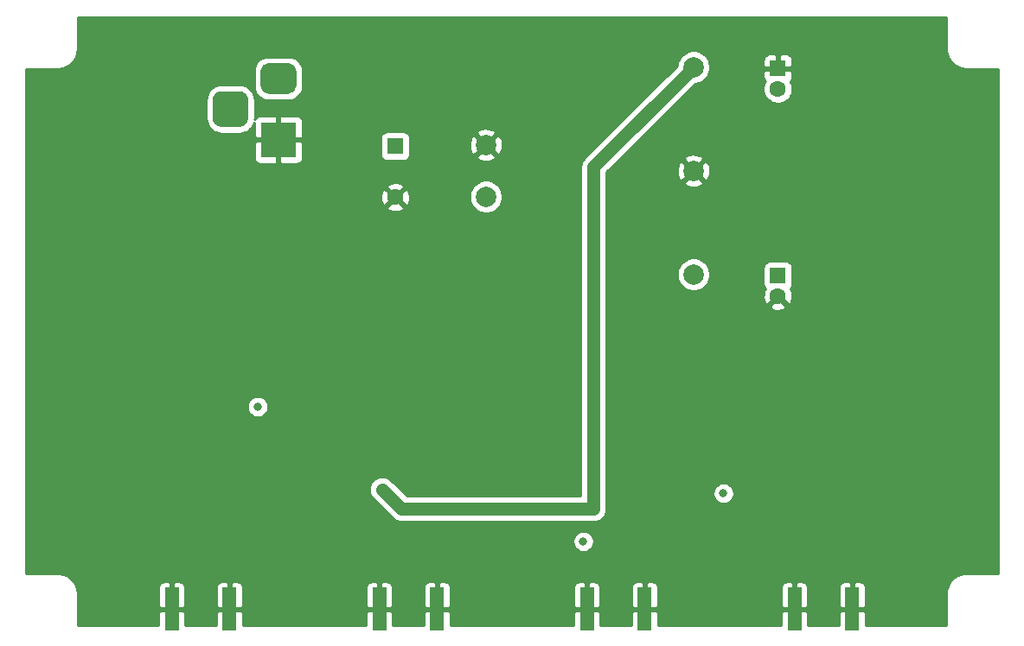
<source format=gbr>
%TF.GenerationSoftware,KiCad,Pcbnew,(5.1.9)-1*%
%TF.CreationDate,2021-05-02T14:53:51-04:00*%
%TF.ProjectId,openEPR_Lock-In,6f70656e-4550-4525-9f4c-6f636b2d496e,rev?*%
%TF.SameCoordinates,Original*%
%TF.FileFunction,Copper,L4,Bot*%
%TF.FilePolarity,Positive*%
%FSLAX46Y46*%
G04 Gerber Fmt 4.6, Leading zero omitted, Abs format (unit mm)*
G04 Created by KiCad (PCBNEW (5.1.9)-1) date 2021-05-02 14:53:51*
%MOMM*%
%LPD*%
G01*
G04 APERTURE LIST*
%TA.AperFunction,ComponentPad*%
%ADD10C,2.000000*%
%TD*%
%TA.AperFunction,SMDPad,CuDef*%
%ADD11R,1.350000X4.200000*%
%TD*%
%TA.AperFunction,ComponentPad*%
%ADD12R,3.500000X3.500000*%
%TD*%
%TA.AperFunction,ComponentPad*%
%ADD13R,1.600000X1.600000*%
%TD*%
%TA.AperFunction,ComponentPad*%
%ADD14C,1.600000*%
%TD*%
%TA.AperFunction,ViaPad*%
%ADD15C,0.800000*%
%TD*%
%TA.AperFunction,Conductor*%
%ADD16C,1.270000*%
%TD*%
%TA.AperFunction,Conductor*%
%ADD17C,0.254000*%
%TD*%
%TA.AperFunction,Conductor*%
%ADD18C,0.100000*%
%TD*%
G04 APERTURE END LIST*
D10*
%TO.P,U4,1*%
%TO.N,GND*%
X71120000Y-38608000D03*
%TO.P,U4,2*%
%TO.N,/Vin*%
X71120000Y-43688000D03*
%TO.P,U4,3*%
%TO.N,/V+*%
X91440000Y-51308000D03*
%TO.P,U4,4*%
%TO.N,GND*%
X91440000Y-41148000D03*
%TO.P,U4,5*%
%TO.N,/V-*%
X91440000Y-30988000D03*
%TD*%
D11*
%TO.P,J1,2*%
%TO.N,GND*%
X60675000Y-84128000D03*
X66325000Y-84128000D03*
%TD*%
%TO.P,J2,2*%
%TO.N,GND*%
X46005000Y-84128000D03*
X40355000Y-84128000D03*
%TD*%
%TO.P,J3,2*%
%TO.N,GND*%
X101315000Y-84128000D03*
X106965000Y-84128000D03*
%TD*%
D12*
%TO.P,J4,1*%
%TO.N,GND*%
X50800000Y-38100000D03*
%TO.P,J4,2*%
%TO.N,/Vin*%
%TA.AperFunction,ComponentPad*%
G36*
G01*
X49800000Y-30600000D02*
X51800000Y-30600000D01*
G75*
G02*
X52550000Y-31350000I0J-750000D01*
G01*
X52550000Y-32850000D01*
G75*
G02*
X51800000Y-33600000I-750000J0D01*
G01*
X49800000Y-33600000D01*
G75*
G02*
X49050000Y-32850000I0J750000D01*
G01*
X49050000Y-31350000D01*
G75*
G02*
X49800000Y-30600000I750000J0D01*
G01*
G37*
%TD.AperFunction*%
%TO.P,J4,3*%
%TO.N,N/C*%
%TA.AperFunction,ComponentPad*%
G36*
G01*
X45225000Y-33350000D02*
X46975000Y-33350000D01*
G75*
G02*
X47850000Y-34225000I0J-875000D01*
G01*
X47850000Y-35975000D01*
G75*
G02*
X46975000Y-36850000I-875000J0D01*
G01*
X45225000Y-36850000D01*
G75*
G02*
X44350000Y-35975000I0J875000D01*
G01*
X44350000Y-34225000D01*
G75*
G02*
X45225000Y-33350000I875000J0D01*
G01*
G37*
%TD.AperFunction*%
%TD*%
D11*
%TO.P,J5,2*%
%TO.N,GND*%
X80995000Y-84128000D03*
X86645000Y-84128000D03*
%TD*%
D13*
%TO.P,C7,1*%
%TO.N,/Vin*%
X62230000Y-38735000D03*
D14*
%TO.P,C7,2*%
%TO.N,GND*%
X62230000Y-43735000D03*
%TD*%
D13*
%TO.P,C9,1*%
%TO.N,/V+*%
X99695000Y-51435000D03*
D14*
%TO.P,C9,2*%
%TO.N,GND*%
X99695000Y-53435000D03*
%TD*%
%TO.P,C11,2*%
%TO.N,/V-*%
X99695000Y-33115000D03*
D13*
%TO.P,C11,1*%
%TO.N,GND*%
X99695000Y-31115000D03*
%TD*%
D15*
%TO.N,GND*%
X53340000Y-69215000D03*
X69850000Y-83820000D03*
X72390000Y-83820000D03*
X74930000Y-83820000D03*
X77470000Y-83820000D03*
X69850000Y-81280000D03*
X72390000Y-81280000D03*
X74930000Y-81280000D03*
X77470000Y-81280000D03*
X72390000Y-78740000D03*
X69850000Y-78740000D03*
X67310000Y-78740000D03*
X64770000Y-78740000D03*
X62230000Y-78740000D03*
X62230000Y-76200000D03*
X64770000Y-76200000D03*
X67310000Y-76200000D03*
X69850000Y-76200000D03*
X62230000Y-69850000D03*
X64770000Y-69850000D03*
X67310000Y-69850000D03*
X67310000Y-67310000D03*
X64770000Y-67310000D03*
X62230000Y-67310000D03*
X59690000Y-67310000D03*
X59690000Y-69850000D03*
X57150000Y-69850000D03*
X59690000Y-64770000D03*
X62230000Y-64770000D03*
X64770000Y-64770000D03*
X67310000Y-64770000D03*
X67310000Y-62230000D03*
X64770000Y-62230000D03*
X62230000Y-62230000D03*
X59690000Y-62230000D03*
X72390000Y-72390000D03*
X74930000Y-72390000D03*
X74930000Y-69850000D03*
X72390000Y-69850000D03*
X72390000Y-67310000D03*
X74930000Y-64770000D03*
X72390000Y-62230000D03*
X74930000Y-62230000D03*
X77470000Y-62230000D03*
X83820000Y-71120000D03*
X83820000Y-68580000D03*
X83820000Y-64770000D03*
X90170000Y-83820000D03*
X92710000Y-83820000D03*
X95250000Y-83820000D03*
X97790000Y-83820000D03*
X97790000Y-81280000D03*
X95250000Y-81280000D03*
X92710000Y-81280000D03*
X90170000Y-81280000D03*
X49530000Y-83820000D03*
X52070000Y-83820000D03*
X54610000Y-83820000D03*
X57150000Y-83820000D03*
X57150000Y-81280000D03*
X54610000Y-81280000D03*
X52070000Y-81280000D03*
X49530000Y-81280000D03*
X82550000Y-78740000D03*
X95250000Y-78740000D03*
X97790000Y-78740000D03*
X110490000Y-83820000D03*
X113030000Y-83820000D03*
X113030000Y-81280000D03*
X110490000Y-81280000D03*
X36830000Y-83820000D03*
X34290000Y-83820000D03*
X34290000Y-81280000D03*
X36830000Y-81280000D03*
X39370000Y-72390000D03*
X41910000Y-63500000D03*
X59690000Y-59690000D03*
X62230000Y-59690000D03*
X64770000Y-59690000D03*
X67310000Y-59690000D03*
X69850000Y-59690000D03*
X72390000Y-59690000D03*
X74930000Y-59690000D03*
X77470000Y-59690000D03*
X80010000Y-59690000D03*
X83820000Y-59690000D03*
X83820000Y-62230000D03*
X86360000Y-64770000D03*
X88900000Y-64770000D03*
X91440000Y-64770000D03*
X91440000Y-62230000D03*
X88900000Y-62230000D03*
X86360000Y-62230000D03*
X86360000Y-59690000D03*
X88900000Y-59690000D03*
X91440000Y-59690000D03*
X93980000Y-64770000D03*
X96520000Y-64770000D03*
X96520000Y-72390000D03*
X93980000Y-62230000D03*
X93980000Y-59690000D03*
X96520000Y-59690000D03*
X96520000Y-62230000D03*
X110490000Y-78740000D03*
X110490000Y-76200000D03*
X107950000Y-76200000D03*
X107950000Y-78740000D03*
X105410000Y-76200000D03*
X102870000Y-73660000D03*
X105410000Y-73660000D03*
X99060000Y-72390000D03*
X57150000Y-59690000D03*
X54610000Y-62230000D03*
X57150000Y-62230000D03*
X52070000Y-62230000D03*
X34290000Y-27940000D03*
X38100000Y-27940000D03*
X38100000Y-30480000D03*
X34290000Y-30480000D03*
X34290000Y-52070000D03*
X34290000Y-59690000D03*
X113030000Y-27940000D03*
X109220000Y-27940000D03*
X109220000Y-30480000D03*
X113030000Y-30480000D03*
X113030000Y-45720000D03*
X113030000Y-55880000D03*
X101600000Y-46990000D03*
X101600000Y-35560000D03*
X113030000Y-66040000D03*
X34290000Y-39370000D03*
X34290000Y-69850000D03*
X38100000Y-66675000D03*
X34290000Y-74930000D03*
X34290000Y-78105000D03*
X36830000Y-78105000D03*
X101600000Y-63500000D03*
X101600000Y-69850000D03*
X107950000Y-63500000D03*
X107950000Y-69850000D03*
X52070000Y-52070000D03*
X45085000Y-57150000D03*
X63500000Y-33020000D03*
X63500000Y-30480000D03*
X60960000Y-30480000D03*
X66040000Y-35560000D03*
X66040000Y-33020000D03*
X66040000Y-30480000D03*
%TO.N,/V+*%
X80645000Y-77470000D03*
X94361000Y-72771000D03*
X48768000Y-64262000D03*
%TO.N,/V-*%
X60960000Y-72390000D03*
X81661000Y-74295000D03*
%TD*%
D16*
%TO.N,/V-*%
X81661000Y-40767000D02*
X81661000Y-74295000D01*
X91440000Y-30988000D02*
X81661000Y-40767000D01*
X62865000Y-74295000D02*
X60960000Y-72390000D01*
X81661000Y-74295000D02*
X62865000Y-74295000D01*
%TD*%
D17*
%TO.N,GND*%
X116180001Y-29242419D02*
X116182802Y-29270855D01*
X116182747Y-29278682D01*
X116183646Y-29287853D01*
X116209554Y-29534357D01*
X116221589Y-29592986D01*
X116232792Y-29651716D01*
X116235456Y-29660538D01*
X116308751Y-29897314D01*
X116331931Y-29952457D01*
X116354339Y-30007920D01*
X116358665Y-30016054D01*
X116358667Y-30016059D01*
X116358670Y-30016064D01*
X116476553Y-30234086D01*
X116509988Y-30283654D01*
X116542759Y-30333735D01*
X116548584Y-30340876D01*
X116706577Y-30531856D01*
X116749012Y-30573995D01*
X116790875Y-30616745D01*
X116797976Y-30622618D01*
X116990053Y-30779273D01*
X117039875Y-30812374D01*
X117089237Y-30846173D01*
X117097343Y-30850556D01*
X117316191Y-30966919D01*
X117371479Y-30989707D01*
X117426475Y-31013279D01*
X117435278Y-31016003D01*
X117672559Y-31087643D01*
X117731246Y-31099264D01*
X117789752Y-31111700D01*
X117798915Y-31112663D01*
X117798917Y-31112663D01*
X118045595Y-31136850D01*
X118045598Y-31136850D01*
X118077581Y-31140000D01*
X121260000Y-31140000D01*
X121260001Y-80620000D01*
X118077581Y-80620000D01*
X118049135Y-80622802D01*
X118041318Y-80622747D01*
X118032147Y-80623646D01*
X117785644Y-80649554D01*
X117727028Y-80661586D01*
X117668284Y-80672792D01*
X117659462Y-80675456D01*
X117422686Y-80748751D01*
X117367555Y-80771926D01*
X117312080Y-80794339D01*
X117303944Y-80798666D01*
X117085914Y-80916554D01*
X117036346Y-80949988D01*
X116986265Y-80982760D01*
X116979124Y-80988584D01*
X116788144Y-81146577D01*
X116746005Y-81189012D01*
X116703255Y-81230875D01*
X116697381Y-81237976D01*
X116540727Y-81430054D01*
X116507655Y-81479831D01*
X116473826Y-81529237D01*
X116469444Y-81537343D01*
X116353081Y-81756191D01*
X116330298Y-81811468D01*
X116306721Y-81866475D01*
X116303997Y-81875278D01*
X116232357Y-82112559D01*
X116220736Y-82171246D01*
X116208300Y-82229752D01*
X116207337Y-82238917D01*
X116183150Y-82485595D01*
X116180000Y-82517582D01*
X116180001Y-85700000D01*
X108277178Y-85700000D01*
X108275000Y-84413750D01*
X108116250Y-84255000D01*
X107092000Y-84255000D01*
X107092000Y-84275000D01*
X106838000Y-84275000D01*
X106838000Y-84255000D01*
X105813750Y-84255000D01*
X105655000Y-84413750D01*
X105652822Y-85700000D01*
X102627178Y-85700000D01*
X102625000Y-84413750D01*
X102466250Y-84255000D01*
X101442000Y-84255000D01*
X101442000Y-84275000D01*
X101188000Y-84275000D01*
X101188000Y-84255000D01*
X100163750Y-84255000D01*
X100005000Y-84413750D01*
X100002822Y-85700000D01*
X87957178Y-85700000D01*
X87955000Y-84413750D01*
X87796250Y-84255000D01*
X86772000Y-84255000D01*
X86772000Y-84275000D01*
X86518000Y-84275000D01*
X86518000Y-84255000D01*
X85493750Y-84255000D01*
X85335000Y-84413750D01*
X85332822Y-85700000D01*
X82307178Y-85700000D01*
X82305000Y-84413750D01*
X82146250Y-84255000D01*
X81122000Y-84255000D01*
X81122000Y-84275000D01*
X80868000Y-84275000D01*
X80868000Y-84255000D01*
X79843750Y-84255000D01*
X79685000Y-84413750D01*
X79682822Y-85700000D01*
X67637178Y-85700000D01*
X67635000Y-84413750D01*
X67476250Y-84255000D01*
X66452000Y-84255000D01*
X66452000Y-84275000D01*
X66198000Y-84275000D01*
X66198000Y-84255000D01*
X65173750Y-84255000D01*
X65015000Y-84413750D01*
X65012822Y-85700000D01*
X61987178Y-85700000D01*
X61985000Y-84413750D01*
X61826250Y-84255000D01*
X60802000Y-84255000D01*
X60802000Y-84275000D01*
X60548000Y-84275000D01*
X60548000Y-84255000D01*
X59523750Y-84255000D01*
X59365000Y-84413750D01*
X59362822Y-85700000D01*
X47317178Y-85700000D01*
X47315000Y-84413750D01*
X47156250Y-84255000D01*
X46132000Y-84255000D01*
X46132000Y-84275000D01*
X45878000Y-84275000D01*
X45878000Y-84255000D01*
X44853750Y-84255000D01*
X44695000Y-84413750D01*
X44692822Y-85700000D01*
X41667178Y-85700000D01*
X41665000Y-84413750D01*
X41506250Y-84255000D01*
X40482000Y-84255000D01*
X40482000Y-84275000D01*
X40228000Y-84275000D01*
X40228000Y-84255000D01*
X39203750Y-84255000D01*
X39045000Y-84413750D01*
X39042822Y-85700000D01*
X31140000Y-85700000D01*
X31140000Y-82517581D01*
X31137198Y-82489135D01*
X31137253Y-82481318D01*
X31136354Y-82472147D01*
X31110446Y-82225644D01*
X31098414Y-82167028D01*
X31087208Y-82108284D01*
X31084544Y-82099462D01*
X31062423Y-82028000D01*
X39041928Y-82028000D01*
X39045000Y-83842250D01*
X39203750Y-84001000D01*
X40228000Y-84001000D01*
X40228000Y-81551750D01*
X40482000Y-81551750D01*
X40482000Y-84001000D01*
X41506250Y-84001000D01*
X41665000Y-83842250D01*
X41668072Y-82028000D01*
X44691928Y-82028000D01*
X44695000Y-83842250D01*
X44853750Y-84001000D01*
X45878000Y-84001000D01*
X45878000Y-81551750D01*
X46132000Y-81551750D01*
X46132000Y-84001000D01*
X47156250Y-84001000D01*
X47315000Y-83842250D01*
X47318072Y-82028000D01*
X59361928Y-82028000D01*
X59365000Y-83842250D01*
X59523750Y-84001000D01*
X60548000Y-84001000D01*
X60548000Y-81551750D01*
X60802000Y-81551750D01*
X60802000Y-84001000D01*
X61826250Y-84001000D01*
X61985000Y-83842250D01*
X61988072Y-82028000D01*
X65011928Y-82028000D01*
X65015000Y-83842250D01*
X65173750Y-84001000D01*
X66198000Y-84001000D01*
X66198000Y-81551750D01*
X66452000Y-81551750D01*
X66452000Y-84001000D01*
X67476250Y-84001000D01*
X67635000Y-83842250D01*
X67638072Y-82028000D01*
X79681928Y-82028000D01*
X79685000Y-83842250D01*
X79843750Y-84001000D01*
X80868000Y-84001000D01*
X80868000Y-81551750D01*
X81122000Y-81551750D01*
X81122000Y-84001000D01*
X82146250Y-84001000D01*
X82305000Y-83842250D01*
X82308072Y-82028000D01*
X85331928Y-82028000D01*
X85335000Y-83842250D01*
X85493750Y-84001000D01*
X86518000Y-84001000D01*
X86518000Y-81551750D01*
X86772000Y-81551750D01*
X86772000Y-84001000D01*
X87796250Y-84001000D01*
X87955000Y-83842250D01*
X87958072Y-82028000D01*
X100001928Y-82028000D01*
X100005000Y-83842250D01*
X100163750Y-84001000D01*
X101188000Y-84001000D01*
X101188000Y-81551750D01*
X101442000Y-81551750D01*
X101442000Y-84001000D01*
X102466250Y-84001000D01*
X102625000Y-83842250D01*
X102628072Y-82028000D01*
X105651928Y-82028000D01*
X105655000Y-83842250D01*
X105813750Y-84001000D01*
X106838000Y-84001000D01*
X106838000Y-81551750D01*
X107092000Y-81551750D01*
X107092000Y-84001000D01*
X108116250Y-84001000D01*
X108275000Y-83842250D01*
X108278072Y-82028000D01*
X108265812Y-81903518D01*
X108229502Y-81783820D01*
X108170537Y-81673506D01*
X108091185Y-81576815D01*
X107994494Y-81497463D01*
X107884180Y-81438498D01*
X107764482Y-81402188D01*
X107640000Y-81389928D01*
X107250750Y-81393000D01*
X107092000Y-81551750D01*
X106838000Y-81551750D01*
X106679250Y-81393000D01*
X106290000Y-81389928D01*
X106165518Y-81402188D01*
X106045820Y-81438498D01*
X105935506Y-81497463D01*
X105838815Y-81576815D01*
X105759463Y-81673506D01*
X105700498Y-81783820D01*
X105664188Y-81903518D01*
X105651928Y-82028000D01*
X102628072Y-82028000D01*
X102615812Y-81903518D01*
X102579502Y-81783820D01*
X102520537Y-81673506D01*
X102441185Y-81576815D01*
X102344494Y-81497463D01*
X102234180Y-81438498D01*
X102114482Y-81402188D01*
X101990000Y-81389928D01*
X101600750Y-81393000D01*
X101442000Y-81551750D01*
X101188000Y-81551750D01*
X101029250Y-81393000D01*
X100640000Y-81389928D01*
X100515518Y-81402188D01*
X100395820Y-81438498D01*
X100285506Y-81497463D01*
X100188815Y-81576815D01*
X100109463Y-81673506D01*
X100050498Y-81783820D01*
X100014188Y-81903518D01*
X100001928Y-82028000D01*
X87958072Y-82028000D01*
X87945812Y-81903518D01*
X87909502Y-81783820D01*
X87850537Y-81673506D01*
X87771185Y-81576815D01*
X87674494Y-81497463D01*
X87564180Y-81438498D01*
X87444482Y-81402188D01*
X87320000Y-81389928D01*
X86930750Y-81393000D01*
X86772000Y-81551750D01*
X86518000Y-81551750D01*
X86359250Y-81393000D01*
X85970000Y-81389928D01*
X85845518Y-81402188D01*
X85725820Y-81438498D01*
X85615506Y-81497463D01*
X85518815Y-81576815D01*
X85439463Y-81673506D01*
X85380498Y-81783820D01*
X85344188Y-81903518D01*
X85331928Y-82028000D01*
X82308072Y-82028000D01*
X82295812Y-81903518D01*
X82259502Y-81783820D01*
X82200537Y-81673506D01*
X82121185Y-81576815D01*
X82024494Y-81497463D01*
X81914180Y-81438498D01*
X81794482Y-81402188D01*
X81670000Y-81389928D01*
X81280750Y-81393000D01*
X81122000Y-81551750D01*
X80868000Y-81551750D01*
X80709250Y-81393000D01*
X80320000Y-81389928D01*
X80195518Y-81402188D01*
X80075820Y-81438498D01*
X79965506Y-81497463D01*
X79868815Y-81576815D01*
X79789463Y-81673506D01*
X79730498Y-81783820D01*
X79694188Y-81903518D01*
X79681928Y-82028000D01*
X67638072Y-82028000D01*
X67625812Y-81903518D01*
X67589502Y-81783820D01*
X67530537Y-81673506D01*
X67451185Y-81576815D01*
X67354494Y-81497463D01*
X67244180Y-81438498D01*
X67124482Y-81402188D01*
X67000000Y-81389928D01*
X66610750Y-81393000D01*
X66452000Y-81551750D01*
X66198000Y-81551750D01*
X66039250Y-81393000D01*
X65650000Y-81389928D01*
X65525518Y-81402188D01*
X65405820Y-81438498D01*
X65295506Y-81497463D01*
X65198815Y-81576815D01*
X65119463Y-81673506D01*
X65060498Y-81783820D01*
X65024188Y-81903518D01*
X65011928Y-82028000D01*
X61988072Y-82028000D01*
X61975812Y-81903518D01*
X61939502Y-81783820D01*
X61880537Y-81673506D01*
X61801185Y-81576815D01*
X61704494Y-81497463D01*
X61594180Y-81438498D01*
X61474482Y-81402188D01*
X61350000Y-81389928D01*
X60960750Y-81393000D01*
X60802000Y-81551750D01*
X60548000Y-81551750D01*
X60389250Y-81393000D01*
X60000000Y-81389928D01*
X59875518Y-81402188D01*
X59755820Y-81438498D01*
X59645506Y-81497463D01*
X59548815Y-81576815D01*
X59469463Y-81673506D01*
X59410498Y-81783820D01*
X59374188Y-81903518D01*
X59361928Y-82028000D01*
X47318072Y-82028000D01*
X47305812Y-81903518D01*
X47269502Y-81783820D01*
X47210537Y-81673506D01*
X47131185Y-81576815D01*
X47034494Y-81497463D01*
X46924180Y-81438498D01*
X46804482Y-81402188D01*
X46680000Y-81389928D01*
X46290750Y-81393000D01*
X46132000Y-81551750D01*
X45878000Y-81551750D01*
X45719250Y-81393000D01*
X45330000Y-81389928D01*
X45205518Y-81402188D01*
X45085820Y-81438498D01*
X44975506Y-81497463D01*
X44878815Y-81576815D01*
X44799463Y-81673506D01*
X44740498Y-81783820D01*
X44704188Y-81903518D01*
X44691928Y-82028000D01*
X41668072Y-82028000D01*
X41655812Y-81903518D01*
X41619502Y-81783820D01*
X41560537Y-81673506D01*
X41481185Y-81576815D01*
X41384494Y-81497463D01*
X41274180Y-81438498D01*
X41154482Y-81402188D01*
X41030000Y-81389928D01*
X40640750Y-81393000D01*
X40482000Y-81551750D01*
X40228000Y-81551750D01*
X40069250Y-81393000D01*
X39680000Y-81389928D01*
X39555518Y-81402188D01*
X39435820Y-81438498D01*
X39325506Y-81497463D01*
X39228815Y-81576815D01*
X39149463Y-81673506D01*
X39090498Y-81783820D01*
X39054188Y-81903518D01*
X39041928Y-82028000D01*
X31062423Y-82028000D01*
X31011249Y-81862686D01*
X30988074Y-81807555D01*
X30965661Y-81752080D01*
X30961334Y-81743944D01*
X30843446Y-81525914D01*
X30810012Y-81476346D01*
X30777240Y-81426265D01*
X30771416Y-81419124D01*
X30613423Y-81228144D01*
X30570988Y-81186005D01*
X30529125Y-81143255D01*
X30522024Y-81137381D01*
X30329946Y-80980727D01*
X30280169Y-80947655D01*
X30230763Y-80913826D01*
X30222657Y-80909444D01*
X30003809Y-80793081D01*
X29948532Y-80770298D01*
X29893525Y-80746721D01*
X29884722Y-80743997D01*
X29647441Y-80672357D01*
X29588754Y-80660736D01*
X29530248Y-80648300D01*
X29521085Y-80647337D01*
X29521083Y-80647337D01*
X29274405Y-80623150D01*
X29274402Y-80623150D01*
X29242419Y-80620000D01*
X26060000Y-80620000D01*
X26060000Y-77368061D01*
X79610000Y-77368061D01*
X79610000Y-77571939D01*
X79649774Y-77771898D01*
X79727795Y-77960256D01*
X79841063Y-78129774D01*
X79985226Y-78273937D01*
X80154744Y-78387205D01*
X80343102Y-78465226D01*
X80543061Y-78505000D01*
X80746939Y-78505000D01*
X80946898Y-78465226D01*
X81135256Y-78387205D01*
X81304774Y-78273937D01*
X81448937Y-78129774D01*
X81562205Y-77960256D01*
X81640226Y-77771898D01*
X81680000Y-77571939D01*
X81680000Y-77368061D01*
X81640226Y-77168102D01*
X81562205Y-76979744D01*
X81448937Y-76810226D01*
X81304774Y-76666063D01*
X81135256Y-76552795D01*
X80946898Y-76474774D01*
X80746939Y-76435000D01*
X80543061Y-76435000D01*
X80343102Y-76474774D01*
X80154744Y-76552795D01*
X79985226Y-76666063D01*
X79841063Y-76810226D01*
X79727795Y-76979744D01*
X79649774Y-77168102D01*
X79610000Y-77368061D01*
X26060000Y-77368061D01*
X26060000Y-72390000D01*
X59683857Y-72390000D01*
X59708377Y-72638963D01*
X59780998Y-72878359D01*
X59898926Y-73098987D01*
X60017866Y-73243916D01*
X61922868Y-75148919D01*
X61962630Y-75197370D01*
X62011080Y-75237132D01*
X62011083Y-75237135D01*
X62061086Y-75278171D01*
X62156012Y-75356075D01*
X62376641Y-75474003D01*
X62616037Y-75546623D01*
X62865000Y-75571144D01*
X62927380Y-75565000D01*
X81598620Y-75565000D01*
X81661000Y-75571144D01*
X81723380Y-75565000D01*
X81909963Y-75546623D01*
X82149359Y-75474003D01*
X82369988Y-75356075D01*
X82563370Y-75197370D01*
X82722075Y-75003988D01*
X82840003Y-74783359D01*
X82912623Y-74543963D01*
X82937144Y-74295000D01*
X82931000Y-74232620D01*
X82931000Y-72669061D01*
X93326000Y-72669061D01*
X93326000Y-72872939D01*
X93365774Y-73072898D01*
X93443795Y-73261256D01*
X93557063Y-73430774D01*
X93701226Y-73574937D01*
X93870744Y-73688205D01*
X94059102Y-73766226D01*
X94259061Y-73806000D01*
X94462939Y-73806000D01*
X94662898Y-73766226D01*
X94851256Y-73688205D01*
X95020774Y-73574937D01*
X95164937Y-73430774D01*
X95278205Y-73261256D01*
X95356226Y-73072898D01*
X95396000Y-72872939D01*
X95396000Y-72669061D01*
X95356226Y-72469102D01*
X95278205Y-72280744D01*
X95164937Y-72111226D01*
X95020774Y-71967063D01*
X94851256Y-71853795D01*
X94662898Y-71775774D01*
X94462939Y-71736000D01*
X94259061Y-71736000D01*
X94059102Y-71775774D01*
X93870744Y-71853795D01*
X93701226Y-71967063D01*
X93557063Y-72111226D01*
X93443795Y-72280744D01*
X93365774Y-72469102D01*
X93326000Y-72669061D01*
X82931000Y-72669061D01*
X82931000Y-54427702D01*
X98881903Y-54427702D01*
X98953486Y-54671671D01*
X99208996Y-54792571D01*
X99483184Y-54861300D01*
X99765512Y-54875217D01*
X100045130Y-54833787D01*
X100311292Y-54738603D01*
X100436514Y-54671671D01*
X100508097Y-54427702D01*
X99695000Y-53614605D01*
X98881903Y-54427702D01*
X82931000Y-54427702D01*
X82931000Y-53505512D01*
X98254783Y-53505512D01*
X98296213Y-53785130D01*
X98391397Y-54051292D01*
X98458329Y-54176514D01*
X98702298Y-54248097D01*
X99515395Y-53435000D01*
X99501253Y-53420858D01*
X99680858Y-53241253D01*
X99695000Y-53255395D01*
X99709143Y-53241253D01*
X99888748Y-53420858D01*
X99874605Y-53435000D01*
X100687702Y-54248097D01*
X100931671Y-54176514D01*
X101052571Y-53921004D01*
X101121300Y-53646816D01*
X101135217Y-53364488D01*
X101093787Y-53084870D01*
X100998603Y-52818708D01*
X100933384Y-52696691D01*
X100946185Y-52686185D01*
X101025537Y-52589494D01*
X101084502Y-52479180D01*
X101120812Y-52359482D01*
X101133072Y-52235000D01*
X101133072Y-50635000D01*
X101120812Y-50510518D01*
X101084502Y-50390820D01*
X101025537Y-50280506D01*
X100946185Y-50183815D01*
X100849494Y-50104463D01*
X100739180Y-50045498D01*
X100619482Y-50009188D01*
X100495000Y-49996928D01*
X98895000Y-49996928D01*
X98770518Y-50009188D01*
X98650820Y-50045498D01*
X98540506Y-50104463D01*
X98443815Y-50183815D01*
X98364463Y-50280506D01*
X98305498Y-50390820D01*
X98269188Y-50510518D01*
X98256928Y-50635000D01*
X98256928Y-52235000D01*
X98269188Y-52359482D01*
X98305498Y-52479180D01*
X98364463Y-52589494D01*
X98443815Y-52686185D01*
X98456758Y-52696807D01*
X98337429Y-52948996D01*
X98268700Y-53223184D01*
X98254783Y-53505512D01*
X82931000Y-53505512D01*
X82931000Y-51146967D01*
X89805000Y-51146967D01*
X89805000Y-51469033D01*
X89867832Y-51784912D01*
X89991082Y-52082463D01*
X90170013Y-52350252D01*
X90397748Y-52577987D01*
X90665537Y-52756918D01*
X90963088Y-52880168D01*
X91278967Y-52943000D01*
X91601033Y-52943000D01*
X91916912Y-52880168D01*
X92214463Y-52756918D01*
X92482252Y-52577987D01*
X92709987Y-52350252D01*
X92888918Y-52082463D01*
X93012168Y-51784912D01*
X93075000Y-51469033D01*
X93075000Y-51146967D01*
X93012168Y-50831088D01*
X92888918Y-50533537D01*
X92709987Y-50265748D01*
X92482252Y-50038013D01*
X92214463Y-49859082D01*
X91916912Y-49735832D01*
X91601033Y-49673000D01*
X91278967Y-49673000D01*
X90963088Y-49735832D01*
X90665537Y-49859082D01*
X90397748Y-50038013D01*
X90170013Y-50265748D01*
X89991082Y-50533537D01*
X89867832Y-50831088D01*
X89805000Y-51146967D01*
X82931000Y-51146967D01*
X82931000Y-42283413D01*
X90484192Y-42283413D01*
X90579956Y-42547814D01*
X90869571Y-42688704D01*
X91181108Y-42770384D01*
X91502595Y-42789718D01*
X91821675Y-42745961D01*
X92126088Y-42640795D01*
X92300044Y-42547814D01*
X92395808Y-42283413D01*
X91440000Y-41327605D01*
X90484192Y-42283413D01*
X82931000Y-42283413D01*
X82931000Y-41293050D01*
X83013455Y-41210595D01*
X89798282Y-41210595D01*
X89842039Y-41529675D01*
X89947205Y-41834088D01*
X90040186Y-42008044D01*
X90304587Y-42103808D01*
X91260395Y-41148000D01*
X91619605Y-41148000D01*
X92575413Y-42103808D01*
X92839814Y-42008044D01*
X92980704Y-41718429D01*
X93062384Y-41406892D01*
X93081718Y-41085405D01*
X93037961Y-40766325D01*
X92932795Y-40461912D01*
X92839814Y-40287956D01*
X92575413Y-40192192D01*
X91619605Y-41148000D01*
X91260395Y-41148000D01*
X90304587Y-40192192D01*
X90040186Y-40287956D01*
X89899296Y-40577571D01*
X89817616Y-40889108D01*
X89798282Y-41210595D01*
X83013455Y-41210595D01*
X84211463Y-40012587D01*
X90484192Y-40012587D01*
X91440000Y-40968395D01*
X92395808Y-40012587D01*
X92300044Y-39748186D01*
X92010429Y-39607296D01*
X91698892Y-39525616D01*
X91377405Y-39506282D01*
X91058325Y-39550039D01*
X90753912Y-39655205D01*
X90579956Y-39748186D01*
X90484192Y-40012587D01*
X84211463Y-40012587D01*
X91601055Y-32622996D01*
X91916912Y-32560168D01*
X92214463Y-32436918D01*
X92482252Y-32257987D01*
X92709987Y-32030252D01*
X92786995Y-31915000D01*
X98256928Y-31915000D01*
X98269188Y-32039482D01*
X98305498Y-32159180D01*
X98364463Y-32269494D01*
X98443815Y-32366185D01*
X98460393Y-32379790D01*
X98423320Y-32435273D01*
X98315147Y-32696426D01*
X98260000Y-32973665D01*
X98260000Y-33256335D01*
X98315147Y-33533574D01*
X98423320Y-33794727D01*
X98580363Y-34029759D01*
X98780241Y-34229637D01*
X99015273Y-34386680D01*
X99276426Y-34494853D01*
X99553665Y-34550000D01*
X99836335Y-34550000D01*
X100113574Y-34494853D01*
X100374727Y-34386680D01*
X100609759Y-34229637D01*
X100809637Y-34029759D01*
X100966680Y-33794727D01*
X101074853Y-33533574D01*
X101130000Y-33256335D01*
X101130000Y-32973665D01*
X101074853Y-32696426D01*
X100966680Y-32435273D01*
X100929607Y-32379790D01*
X100946185Y-32366185D01*
X101025537Y-32269494D01*
X101084502Y-32159180D01*
X101120812Y-32039482D01*
X101133072Y-31915000D01*
X101130000Y-31400750D01*
X100971250Y-31242000D01*
X99822000Y-31242000D01*
X99822000Y-31262000D01*
X99568000Y-31262000D01*
X99568000Y-31242000D01*
X98418750Y-31242000D01*
X98260000Y-31400750D01*
X98256928Y-31915000D01*
X92786995Y-31915000D01*
X92888918Y-31762463D01*
X93012168Y-31464912D01*
X93075000Y-31149033D01*
X93075000Y-30826967D01*
X93012168Y-30511088D01*
X92930946Y-30315000D01*
X98256928Y-30315000D01*
X98260000Y-30829250D01*
X98418750Y-30988000D01*
X99568000Y-30988000D01*
X99568000Y-29838750D01*
X99822000Y-29838750D01*
X99822000Y-30988000D01*
X100971250Y-30988000D01*
X101130000Y-30829250D01*
X101133072Y-30315000D01*
X101120812Y-30190518D01*
X101084502Y-30070820D01*
X101025537Y-29960506D01*
X100946185Y-29863815D01*
X100849494Y-29784463D01*
X100739180Y-29725498D01*
X100619482Y-29689188D01*
X100495000Y-29676928D01*
X99980750Y-29680000D01*
X99822000Y-29838750D01*
X99568000Y-29838750D01*
X99409250Y-29680000D01*
X98895000Y-29676928D01*
X98770518Y-29689188D01*
X98650820Y-29725498D01*
X98540506Y-29784463D01*
X98443815Y-29863815D01*
X98364463Y-29960506D01*
X98305498Y-30070820D01*
X98269188Y-30190518D01*
X98256928Y-30315000D01*
X92930946Y-30315000D01*
X92888918Y-30213537D01*
X92709987Y-29945748D01*
X92482252Y-29718013D01*
X92214463Y-29539082D01*
X91916912Y-29415832D01*
X91601033Y-29353000D01*
X91278967Y-29353000D01*
X90963088Y-29415832D01*
X90665537Y-29539082D01*
X90397748Y-29718013D01*
X90170013Y-29945748D01*
X89991082Y-30213537D01*
X89867832Y-30511088D01*
X89805004Y-30826945D01*
X80807091Y-39824859D01*
X80758630Y-39864630D01*
X80599925Y-40058013D01*
X80481997Y-40278642D01*
X80409377Y-40518038D01*
X80391000Y-40704621D01*
X80391000Y-40704627D01*
X80384857Y-40767000D01*
X80391000Y-40829373D01*
X80391001Y-73025000D01*
X63391052Y-73025000D01*
X61813916Y-71447866D01*
X61668987Y-71328926D01*
X61448359Y-71210998D01*
X61208963Y-71138377D01*
X60960000Y-71113857D01*
X60711037Y-71138377D01*
X60471641Y-71210998D01*
X60251013Y-71328926D01*
X60057630Y-71487630D01*
X59898926Y-71681013D01*
X59780998Y-71901641D01*
X59708377Y-72141037D01*
X59683857Y-72390000D01*
X26060000Y-72390000D01*
X26060000Y-64160061D01*
X47733000Y-64160061D01*
X47733000Y-64363939D01*
X47772774Y-64563898D01*
X47850795Y-64752256D01*
X47964063Y-64921774D01*
X48108226Y-65065937D01*
X48277744Y-65179205D01*
X48466102Y-65257226D01*
X48666061Y-65297000D01*
X48869939Y-65297000D01*
X49069898Y-65257226D01*
X49258256Y-65179205D01*
X49427774Y-65065937D01*
X49571937Y-64921774D01*
X49685205Y-64752256D01*
X49763226Y-64563898D01*
X49803000Y-64363939D01*
X49803000Y-64160061D01*
X49763226Y-63960102D01*
X49685205Y-63771744D01*
X49571937Y-63602226D01*
X49427774Y-63458063D01*
X49258256Y-63344795D01*
X49069898Y-63266774D01*
X48869939Y-63227000D01*
X48666061Y-63227000D01*
X48466102Y-63266774D01*
X48277744Y-63344795D01*
X48108226Y-63458063D01*
X47964063Y-63602226D01*
X47850795Y-63771744D01*
X47772774Y-63960102D01*
X47733000Y-64160061D01*
X26060000Y-64160061D01*
X26060000Y-44727702D01*
X61416903Y-44727702D01*
X61488486Y-44971671D01*
X61743996Y-45092571D01*
X62018184Y-45161300D01*
X62300512Y-45175217D01*
X62580130Y-45133787D01*
X62846292Y-45038603D01*
X62971514Y-44971671D01*
X63043097Y-44727702D01*
X62230000Y-43914605D01*
X61416903Y-44727702D01*
X26060000Y-44727702D01*
X26060000Y-43805512D01*
X60789783Y-43805512D01*
X60831213Y-44085130D01*
X60926397Y-44351292D01*
X60993329Y-44476514D01*
X61237298Y-44548097D01*
X62050395Y-43735000D01*
X62409605Y-43735000D01*
X63222702Y-44548097D01*
X63466671Y-44476514D01*
X63587571Y-44221004D01*
X63656300Y-43946816D01*
X63670217Y-43664488D01*
X63649842Y-43526967D01*
X69485000Y-43526967D01*
X69485000Y-43849033D01*
X69547832Y-44164912D01*
X69671082Y-44462463D01*
X69850013Y-44730252D01*
X70077748Y-44957987D01*
X70345537Y-45136918D01*
X70643088Y-45260168D01*
X70958967Y-45323000D01*
X71281033Y-45323000D01*
X71596912Y-45260168D01*
X71894463Y-45136918D01*
X72162252Y-44957987D01*
X72389987Y-44730252D01*
X72568918Y-44462463D01*
X72692168Y-44164912D01*
X72755000Y-43849033D01*
X72755000Y-43526967D01*
X72692168Y-43211088D01*
X72568918Y-42913537D01*
X72389987Y-42645748D01*
X72162252Y-42418013D01*
X71894463Y-42239082D01*
X71596912Y-42115832D01*
X71281033Y-42053000D01*
X70958967Y-42053000D01*
X70643088Y-42115832D01*
X70345537Y-42239082D01*
X70077748Y-42418013D01*
X69850013Y-42645748D01*
X69671082Y-42913537D01*
X69547832Y-43211088D01*
X69485000Y-43526967D01*
X63649842Y-43526967D01*
X63628787Y-43384870D01*
X63533603Y-43118708D01*
X63466671Y-42993486D01*
X63222702Y-42921903D01*
X62409605Y-43735000D01*
X62050395Y-43735000D01*
X61237298Y-42921903D01*
X60993329Y-42993486D01*
X60872429Y-43248996D01*
X60803700Y-43523184D01*
X60789783Y-43805512D01*
X26060000Y-43805512D01*
X26060000Y-42742298D01*
X61416903Y-42742298D01*
X62230000Y-43555395D01*
X63043097Y-42742298D01*
X62971514Y-42498329D01*
X62716004Y-42377429D01*
X62441816Y-42308700D01*
X62159488Y-42294783D01*
X61879870Y-42336213D01*
X61613708Y-42431397D01*
X61488486Y-42498329D01*
X61416903Y-42742298D01*
X26060000Y-42742298D01*
X26060000Y-39850000D01*
X48411928Y-39850000D01*
X48424188Y-39974482D01*
X48460498Y-40094180D01*
X48519463Y-40204494D01*
X48598815Y-40301185D01*
X48695506Y-40380537D01*
X48805820Y-40439502D01*
X48925518Y-40475812D01*
X49050000Y-40488072D01*
X50514250Y-40485000D01*
X50673000Y-40326250D01*
X50673000Y-38227000D01*
X50927000Y-38227000D01*
X50927000Y-40326250D01*
X51085750Y-40485000D01*
X52550000Y-40488072D01*
X52674482Y-40475812D01*
X52794180Y-40439502D01*
X52904494Y-40380537D01*
X53001185Y-40301185D01*
X53080537Y-40204494D01*
X53139502Y-40094180D01*
X53175812Y-39974482D01*
X53188072Y-39850000D01*
X53185000Y-38385750D01*
X53026250Y-38227000D01*
X50927000Y-38227000D01*
X50673000Y-38227000D01*
X48573750Y-38227000D01*
X48415000Y-38385750D01*
X48411928Y-39850000D01*
X26060000Y-39850000D01*
X26060000Y-34225000D01*
X43711928Y-34225000D01*
X43711928Y-35975000D01*
X43741001Y-36270186D01*
X43827104Y-36554028D01*
X43966927Y-36815618D01*
X44155097Y-37044903D01*
X44384382Y-37233073D01*
X44645972Y-37372896D01*
X44929814Y-37458999D01*
X45225000Y-37488072D01*
X46975000Y-37488072D01*
X47270186Y-37458999D01*
X47554028Y-37372896D01*
X47815618Y-37233073D01*
X48044903Y-37044903D01*
X48233073Y-36815618D01*
X48372896Y-36554028D01*
X48412085Y-36424840D01*
X48415000Y-37814250D01*
X48573750Y-37973000D01*
X50673000Y-37973000D01*
X50673000Y-35873750D01*
X50927000Y-35873750D01*
X50927000Y-37973000D01*
X53026250Y-37973000D01*
X53064250Y-37935000D01*
X60791928Y-37935000D01*
X60791928Y-39535000D01*
X60804188Y-39659482D01*
X60840498Y-39779180D01*
X60899463Y-39889494D01*
X60978815Y-39986185D01*
X61075506Y-40065537D01*
X61185820Y-40124502D01*
X61305518Y-40160812D01*
X61430000Y-40173072D01*
X63030000Y-40173072D01*
X63154482Y-40160812D01*
X63274180Y-40124502D01*
X63384494Y-40065537D01*
X63481185Y-39986185D01*
X63560537Y-39889494D01*
X63619502Y-39779180D01*
X63630351Y-39743413D01*
X70164192Y-39743413D01*
X70259956Y-40007814D01*
X70549571Y-40148704D01*
X70861108Y-40230384D01*
X71182595Y-40249718D01*
X71501675Y-40205961D01*
X71806088Y-40100795D01*
X71980044Y-40007814D01*
X72075808Y-39743413D01*
X71120000Y-38787605D01*
X70164192Y-39743413D01*
X63630351Y-39743413D01*
X63655812Y-39659482D01*
X63668072Y-39535000D01*
X63668072Y-38670595D01*
X69478282Y-38670595D01*
X69522039Y-38989675D01*
X69627205Y-39294088D01*
X69720186Y-39468044D01*
X69984587Y-39563808D01*
X70940395Y-38608000D01*
X71299605Y-38608000D01*
X72255413Y-39563808D01*
X72519814Y-39468044D01*
X72660704Y-39178429D01*
X72742384Y-38866892D01*
X72761718Y-38545405D01*
X72717961Y-38226325D01*
X72612795Y-37921912D01*
X72519814Y-37747956D01*
X72255413Y-37652192D01*
X71299605Y-38608000D01*
X70940395Y-38608000D01*
X69984587Y-37652192D01*
X69720186Y-37747956D01*
X69579296Y-38037571D01*
X69497616Y-38349108D01*
X69478282Y-38670595D01*
X63668072Y-38670595D01*
X63668072Y-37935000D01*
X63655812Y-37810518D01*
X63619502Y-37690820D01*
X63560537Y-37580506D01*
X63481185Y-37483815D01*
X63467504Y-37472587D01*
X70164192Y-37472587D01*
X71120000Y-38428395D01*
X72075808Y-37472587D01*
X71980044Y-37208186D01*
X71690429Y-37067296D01*
X71378892Y-36985616D01*
X71057405Y-36966282D01*
X70738325Y-37010039D01*
X70433912Y-37115205D01*
X70259956Y-37208186D01*
X70164192Y-37472587D01*
X63467504Y-37472587D01*
X63384494Y-37404463D01*
X63274180Y-37345498D01*
X63154482Y-37309188D01*
X63030000Y-37296928D01*
X61430000Y-37296928D01*
X61305518Y-37309188D01*
X61185820Y-37345498D01*
X61075506Y-37404463D01*
X60978815Y-37483815D01*
X60899463Y-37580506D01*
X60840498Y-37690820D01*
X60804188Y-37810518D01*
X60791928Y-37935000D01*
X53064250Y-37935000D01*
X53185000Y-37814250D01*
X53188072Y-36350000D01*
X53175812Y-36225518D01*
X53139502Y-36105820D01*
X53080537Y-35995506D01*
X53001185Y-35898815D01*
X52904494Y-35819463D01*
X52794180Y-35760498D01*
X52674482Y-35724188D01*
X52550000Y-35711928D01*
X51085750Y-35715000D01*
X50927000Y-35873750D01*
X50673000Y-35873750D01*
X50514250Y-35715000D01*
X49050000Y-35711928D01*
X48925518Y-35724188D01*
X48805820Y-35760498D01*
X48695506Y-35819463D01*
X48598815Y-35898815D01*
X48519463Y-35995506D01*
X48478506Y-36072131D01*
X48488072Y-35975000D01*
X48488072Y-34225000D01*
X48458999Y-33929814D01*
X48372896Y-33645972D01*
X48233073Y-33384382D01*
X48044903Y-33155097D01*
X47815618Y-32966927D01*
X47554028Y-32827104D01*
X47270186Y-32741001D01*
X46975000Y-32711928D01*
X45225000Y-32711928D01*
X44929814Y-32741001D01*
X44645972Y-32827104D01*
X44384382Y-32966927D01*
X44155097Y-33155097D01*
X43966927Y-33384382D01*
X43827104Y-33645972D01*
X43741001Y-33929814D01*
X43711928Y-34225000D01*
X26060000Y-34225000D01*
X26060000Y-31350000D01*
X48411928Y-31350000D01*
X48411928Y-32850000D01*
X48438599Y-33120799D01*
X48517589Y-33381192D01*
X48645860Y-33621171D01*
X48818485Y-33831515D01*
X49028829Y-34004140D01*
X49268808Y-34132411D01*
X49529201Y-34211401D01*
X49800000Y-34238072D01*
X51800000Y-34238072D01*
X52070799Y-34211401D01*
X52331192Y-34132411D01*
X52571171Y-34004140D01*
X52781515Y-33831515D01*
X52954140Y-33621171D01*
X53082411Y-33381192D01*
X53161401Y-33120799D01*
X53188072Y-32850000D01*
X53188072Y-31350000D01*
X53161401Y-31079201D01*
X53082411Y-30818808D01*
X52954140Y-30578829D01*
X52781515Y-30368485D01*
X52571171Y-30195860D01*
X52331192Y-30067589D01*
X52070799Y-29988599D01*
X51800000Y-29961928D01*
X49800000Y-29961928D01*
X49529201Y-29988599D01*
X49268808Y-30067589D01*
X49028829Y-30195860D01*
X48818485Y-30368485D01*
X48645860Y-30578829D01*
X48517589Y-30818808D01*
X48438599Y-31079201D01*
X48411928Y-31350000D01*
X26060000Y-31350000D01*
X26060000Y-31140000D01*
X29242419Y-31140000D01*
X29270865Y-31137198D01*
X29278682Y-31137253D01*
X29287853Y-31136354D01*
X29534357Y-31110446D01*
X29592986Y-31098411D01*
X29651716Y-31087208D01*
X29660532Y-31084546D01*
X29660536Y-31084545D01*
X29660539Y-31084544D01*
X29897314Y-31011249D01*
X29952457Y-30988069D01*
X30007920Y-30965661D01*
X30016054Y-30961335D01*
X30016059Y-30961333D01*
X30016064Y-30961330D01*
X30234086Y-30843447D01*
X30283654Y-30810012D01*
X30333735Y-30777241D01*
X30340876Y-30771416D01*
X30531856Y-30613423D01*
X30573995Y-30570988D01*
X30616745Y-30529125D01*
X30622618Y-30522024D01*
X30779273Y-30329947D01*
X30812374Y-30280125D01*
X30846173Y-30230763D01*
X30850556Y-30222657D01*
X30966919Y-30003809D01*
X30989707Y-29948521D01*
X31013279Y-29893525D01*
X31016003Y-29884722D01*
X31087643Y-29647441D01*
X31099264Y-29588754D01*
X31111700Y-29530248D01*
X31112663Y-29521083D01*
X31136850Y-29274405D01*
X31136850Y-29274402D01*
X31140000Y-29242419D01*
X31140000Y-26060000D01*
X116180000Y-26060000D01*
X116180001Y-29242419D01*
%TA.AperFunction,Conductor*%
D18*
G36*
X116180001Y-29242419D02*
G01*
X116182802Y-29270855D01*
X116182747Y-29278682D01*
X116183646Y-29287853D01*
X116209554Y-29534357D01*
X116221589Y-29592986D01*
X116232792Y-29651716D01*
X116235456Y-29660538D01*
X116308751Y-29897314D01*
X116331931Y-29952457D01*
X116354339Y-30007920D01*
X116358665Y-30016054D01*
X116358667Y-30016059D01*
X116358670Y-30016064D01*
X116476553Y-30234086D01*
X116509988Y-30283654D01*
X116542759Y-30333735D01*
X116548584Y-30340876D01*
X116706577Y-30531856D01*
X116749012Y-30573995D01*
X116790875Y-30616745D01*
X116797976Y-30622618D01*
X116990053Y-30779273D01*
X117039875Y-30812374D01*
X117089237Y-30846173D01*
X117097343Y-30850556D01*
X117316191Y-30966919D01*
X117371479Y-30989707D01*
X117426475Y-31013279D01*
X117435278Y-31016003D01*
X117672559Y-31087643D01*
X117731246Y-31099264D01*
X117789752Y-31111700D01*
X117798915Y-31112663D01*
X117798917Y-31112663D01*
X118045595Y-31136850D01*
X118045598Y-31136850D01*
X118077581Y-31140000D01*
X121260000Y-31140000D01*
X121260001Y-80620000D01*
X118077581Y-80620000D01*
X118049135Y-80622802D01*
X118041318Y-80622747D01*
X118032147Y-80623646D01*
X117785644Y-80649554D01*
X117727028Y-80661586D01*
X117668284Y-80672792D01*
X117659462Y-80675456D01*
X117422686Y-80748751D01*
X117367555Y-80771926D01*
X117312080Y-80794339D01*
X117303944Y-80798666D01*
X117085914Y-80916554D01*
X117036346Y-80949988D01*
X116986265Y-80982760D01*
X116979124Y-80988584D01*
X116788144Y-81146577D01*
X116746005Y-81189012D01*
X116703255Y-81230875D01*
X116697381Y-81237976D01*
X116540727Y-81430054D01*
X116507655Y-81479831D01*
X116473826Y-81529237D01*
X116469444Y-81537343D01*
X116353081Y-81756191D01*
X116330298Y-81811468D01*
X116306721Y-81866475D01*
X116303997Y-81875278D01*
X116232357Y-82112559D01*
X116220736Y-82171246D01*
X116208300Y-82229752D01*
X116207337Y-82238917D01*
X116183150Y-82485595D01*
X116180000Y-82517582D01*
X116180001Y-85700000D01*
X108277178Y-85700000D01*
X108275000Y-84413750D01*
X108116250Y-84255000D01*
X107092000Y-84255000D01*
X107092000Y-84275000D01*
X106838000Y-84275000D01*
X106838000Y-84255000D01*
X105813750Y-84255000D01*
X105655000Y-84413750D01*
X105652822Y-85700000D01*
X102627178Y-85700000D01*
X102625000Y-84413750D01*
X102466250Y-84255000D01*
X101442000Y-84255000D01*
X101442000Y-84275000D01*
X101188000Y-84275000D01*
X101188000Y-84255000D01*
X100163750Y-84255000D01*
X100005000Y-84413750D01*
X100002822Y-85700000D01*
X87957178Y-85700000D01*
X87955000Y-84413750D01*
X87796250Y-84255000D01*
X86772000Y-84255000D01*
X86772000Y-84275000D01*
X86518000Y-84275000D01*
X86518000Y-84255000D01*
X85493750Y-84255000D01*
X85335000Y-84413750D01*
X85332822Y-85700000D01*
X82307178Y-85700000D01*
X82305000Y-84413750D01*
X82146250Y-84255000D01*
X81122000Y-84255000D01*
X81122000Y-84275000D01*
X80868000Y-84275000D01*
X80868000Y-84255000D01*
X79843750Y-84255000D01*
X79685000Y-84413750D01*
X79682822Y-85700000D01*
X67637178Y-85700000D01*
X67635000Y-84413750D01*
X67476250Y-84255000D01*
X66452000Y-84255000D01*
X66452000Y-84275000D01*
X66198000Y-84275000D01*
X66198000Y-84255000D01*
X65173750Y-84255000D01*
X65015000Y-84413750D01*
X65012822Y-85700000D01*
X61987178Y-85700000D01*
X61985000Y-84413750D01*
X61826250Y-84255000D01*
X60802000Y-84255000D01*
X60802000Y-84275000D01*
X60548000Y-84275000D01*
X60548000Y-84255000D01*
X59523750Y-84255000D01*
X59365000Y-84413750D01*
X59362822Y-85700000D01*
X47317178Y-85700000D01*
X47315000Y-84413750D01*
X47156250Y-84255000D01*
X46132000Y-84255000D01*
X46132000Y-84275000D01*
X45878000Y-84275000D01*
X45878000Y-84255000D01*
X44853750Y-84255000D01*
X44695000Y-84413750D01*
X44692822Y-85700000D01*
X41667178Y-85700000D01*
X41665000Y-84413750D01*
X41506250Y-84255000D01*
X40482000Y-84255000D01*
X40482000Y-84275000D01*
X40228000Y-84275000D01*
X40228000Y-84255000D01*
X39203750Y-84255000D01*
X39045000Y-84413750D01*
X39042822Y-85700000D01*
X31140000Y-85700000D01*
X31140000Y-82517581D01*
X31137198Y-82489135D01*
X31137253Y-82481318D01*
X31136354Y-82472147D01*
X31110446Y-82225644D01*
X31098414Y-82167028D01*
X31087208Y-82108284D01*
X31084544Y-82099462D01*
X31062423Y-82028000D01*
X39041928Y-82028000D01*
X39045000Y-83842250D01*
X39203750Y-84001000D01*
X40228000Y-84001000D01*
X40228000Y-81551750D01*
X40482000Y-81551750D01*
X40482000Y-84001000D01*
X41506250Y-84001000D01*
X41665000Y-83842250D01*
X41668072Y-82028000D01*
X44691928Y-82028000D01*
X44695000Y-83842250D01*
X44853750Y-84001000D01*
X45878000Y-84001000D01*
X45878000Y-81551750D01*
X46132000Y-81551750D01*
X46132000Y-84001000D01*
X47156250Y-84001000D01*
X47315000Y-83842250D01*
X47318072Y-82028000D01*
X59361928Y-82028000D01*
X59365000Y-83842250D01*
X59523750Y-84001000D01*
X60548000Y-84001000D01*
X60548000Y-81551750D01*
X60802000Y-81551750D01*
X60802000Y-84001000D01*
X61826250Y-84001000D01*
X61985000Y-83842250D01*
X61988072Y-82028000D01*
X65011928Y-82028000D01*
X65015000Y-83842250D01*
X65173750Y-84001000D01*
X66198000Y-84001000D01*
X66198000Y-81551750D01*
X66452000Y-81551750D01*
X66452000Y-84001000D01*
X67476250Y-84001000D01*
X67635000Y-83842250D01*
X67638072Y-82028000D01*
X79681928Y-82028000D01*
X79685000Y-83842250D01*
X79843750Y-84001000D01*
X80868000Y-84001000D01*
X80868000Y-81551750D01*
X81122000Y-81551750D01*
X81122000Y-84001000D01*
X82146250Y-84001000D01*
X82305000Y-83842250D01*
X82308072Y-82028000D01*
X85331928Y-82028000D01*
X85335000Y-83842250D01*
X85493750Y-84001000D01*
X86518000Y-84001000D01*
X86518000Y-81551750D01*
X86772000Y-81551750D01*
X86772000Y-84001000D01*
X87796250Y-84001000D01*
X87955000Y-83842250D01*
X87958072Y-82028000D01*
X100001928Y-82028000D01*
X100005000Y-83842250D01*
X100163750Y-84001000D01*
X101188000Y-84001000D01*
X101188000Y-81551750D01*
X101442000Y-81551750D01*
X101442000Y-84001000D01*
X102466250Y-84001000D01*
X102625000Y-83842250D01*
X102628072Y-82028000D01*
X105651928Y-82028000D01*
X105655000Y-83842250D01*
X105813750Y-84001000D01*
X106838000Y-84001000D01*
X106838000Y-81551750D01*
X107092000Y-81551750D01*
X107092000Y-84001000D01*
X108116250Y-84001000D01*
X108275000Y-83842250D01*
X108278072Y-82028000D01*
X108265812Y-81903518D01*
X108229502Y-81783820D01*
X108170537Y-81673506D01*
X108091185Y-81576815D01*
X107994494Y-81497463D01*
X107884180Y-81438498D01*
X107764482Y-81402188D01*
X107640000Y-81389928D01*
X107250750Y-81393000D01*
X107092000Y-81551750D01*
X106838000Y-81551750D01*
X106679250Y-81393000D01*
X106290000Y-81389928D01*
X106165518Y-81402188D01*
X106045820Y-81438498D01*
X105935506Y-81497463D01*
X105838815Y-81576815D01*
X105759463Y-81673506D01*
X105700498Y-81783820D01*
X105664188Y-81903518D01*
X105651928Y-82028000D01*
X102628072Y-82028000D01*
X102615812Y-81903518D01*
X102579502Y-81783820D01*
X102520537Y-81673506D01*
X102441185Y-81576815D01*
X102344494Y-81497463D01*
X102234180Y-81438498D01*
X102114482Y-81402188D01*
X101990000Y-81389928D01*
X101600750Y-81393000D01*
X101442000Y-81551750D01*
X101188000Y-81551750D01*
X101029250Y-81393000D01*
X100640000Y-81389928D01*
X100515518Y-81402188D01*
X100395820Y-81438498D01*
X100285506Y-81497463D01*
X100188815Y-81576815D01*
X100109463Y-81673506D01*
X100050498Y-81783820D01*
X100014188Y-81903518D01*
X100001928Y-82028000D01*
X87958072Y-82028000D01*
X87945812Y-81903518D01*
X87909502Y-81783820D01*
X87850537Y-81673506D01*
X87771185Y-81576815D01*
X87674494Y-81497463D01*
X87564180Y-81438498D01*
X87444482Y-81402188D01*
X87320000Y-81389928D01*
X86930750Y-81393000D01*
X86772000Y-81551750D01*
X86518000Y-81551750D01*
X86359250Y-81393000D01*
X85970000Y-81389928D01*
X85845518Y-81402188D01*
X85725820Y-81438498D01*
X85615506Y-81497463D01*
X85518815Y-81576815D01*
X85439463Y-81673506D01*
X85380498Y-81783820D01*
X85344188Y-81903518D01*
X85331928Y-82028000D01*
X82308072Y-82028000D01*
X82295812Y-81903518D01*
X82259502Y-81783820D01*
X82200537Y-81673506D01*
X82121185Y-81576815D01*
X82024494Y-81497463D01*
X81914180Y-81438498D01*
X81794482Y-81402188D01*
X81670000Y-81389928D01*
X81280750Y-81393000D01*
X81122000Y-81551750D01*
X80868000Y-81551750D01*
X80709250Y-81393000D01*
X80320000Y-81389928D01*
X80195518Y-81402188D01*
X80075820Y-81438498D01*
X79965506Y-81497463D01*
X79868815Y-81576815D01*
X79789463Y-81673506D01*
X79730498Y-81783820D01*
X79694188Y-81903518D01*
X79681928Y-82028000D01*
X67638072Y-82028000D01*
X67625812Y-81903518D01*
X67589502Y-81783820D01*
X67530537Y-81673506D01*
X67451185Y-81576815D01*
X67354494Y-81497463D01*
X67244180Y-81438498D01*
X67124482Y-81402188D01*
X67000000Y-81389928D01*
X66610750Y-81393000D01*
X66452000Y-81551750D01*
X66198000Y-81551750D01*
X66039250Y-81393000D01*
X65650000Y-81389928D01*
X65525518Y-81402188D01*
X65405820Y-81438498D01*
X65295506Y-81497463D01*
X65198815Y-81576815D01*
X65119463Y-81673506D01*
X65060498Y-81783820D01*
X65024188Y-81903518D01*
X65011928Y-82028000D01*
X61988072Y-82028000D01*
X61975812Y-81903518D01*
X61939502Y-81783820D01*
X61880537Y-81673506D01*
X61801185Y-81576815D01*
X61704494Y-81497463D01*
X61594180Y-81438498D01*
X61474482Y-81402188D01*
X61350000Y-81389928D01*
X60960750Y-81393000D01*
X60802000Y-81551750D01*
X60548000Y-81551750D01*
X60389250Y-81393000D01*
X60000000Y-81389928D01*
X59875518Y-81402188D01*
X59755820Y-81438498D01*
X59645506Y-81497463D01*
X59548815Y-81576815D01*
X59469463Y-81673506D01*
X59410498Y-81783820D01*
X59374188Y-81903518D01*
X59361928Y-82028000D01*
X47318072Y-82028000D01*
X47305812Y-81903518D01*
X47269502Y-81783820D01*
X47210537Y-81673506D01*
X47131185Y-81576815D01*
X47034494Y-81497463D01*
X46924180Y-81438498D01*
X46804482Y-81402188D01*
X46680000Y-81389928D01*
X46290750Y-81393000D01*
X46132000Y-81551750D01*
X45878000Y-81551750D01*
X45719250Y-81393000D01*
X45330000Y-81389928D01*
X45205518Y-81402188D01*
X45085820Y-81438498D01*
X44975506Y-81497463D01*
X44878815Y-81576815D01*
X44799463Y-81673506D01*
X44740498Y-81783820D01*
X44704188Y-81903518D01*
X44691928Y-82028000D01*
X41668072Y-82028000D01*
X41655812Y-81903518D01*
X41619502Y-81783820D01*
X41560537Y-81673506D01*
X41481185Y-81576815D01*
X41384494Y-81497463D01*
X41274180Y-81438498D01*
X41154482Y-81402188D01*
X41030000Y-81389928D01*
X40640750Y-81393000D01*
X40482000Y-81551750D01*
X40228000Y-81551750D01*
X40069250Y-81393000D01*
X39680000Y-81389928D01*
X39555518Y-81402188D01*
X39435820Y-81438498D01*
X39325506Y-81497463D01*
X39228815Y-81576815D01*
X39149463Y-81673506D01*
X39090498Y-81783820D01*
X39054188Y-81903518D01*
X39041928Y-82028000D01*
X31062423Y-82028000D01*
X31011249Y-81862686D01*
X30988074Y-81807555D01*
X30965661Y-81752080D01*
X30961334Y-81743944D01*
X30843446Y-81525914D01*
X30810012Y-81476346D01*
X30777240Y-81426265D01*
X30771416Y-81419124D01*
X30613423Y-81228144D01*
X30570988Y-81186005D01*
X30529125Y-81143255D01*
X30522024Y-81137381D01*
X30329946Y-80980727D01*
X30280169Y-80947655D01*
X30230763Y-80913826D01*
X30222657Y-80909444D01*
X30003809Y-80793081D01*
X29948532Y-80770298D01*
X29893525Y-80746721D01*
X29884722Y-80743997D01*
X29647441Y-80672357D01*
X29588754Y-80660736D01*
X29530248Y-80648300D01*
X29521085Y-80647337D01*
X29521083Y-80647337D01*
X29274405Y-80623150D01*
X29274402Y-80623150D01*
X29242419Y-80620000D01*
X26060000Y-80620000D01*
X26060000Y-77368061D01*
X79610000Y-77368061D01*
X79610000Y-77571939D01*
X79649774Y-77771898D01*
X79727795Y-77960256D01*
X79841063Y-78129774D01*
X79985226Y-78273937D01*
X80154744Y-78387205D01*
X80343102Y-78465226D01*
X80543061Y-78505000D01*
X80746939Y-78505000D01*
X80946898Y-78465226D01*
X81135256Y-78387205D01*
X81304774Y-78273937D01*
X81448937Y-78129774D01*
X81562205Y-77960256D01*
X81640226Y-77771898D01*
X81680000Y-77571939D01*
X81680000Y-77368061D01*
X81640226Y-77168102D01*
X81562205Y-76979744D01*
X81448937Y-76810226D01*
X81304774Y-76666063D01*
X81135256Y-76552795D01*
X80946898Y-76474774D01*
X80746939Y-76435000D01*
X80543061Y-76435000D01*
X80343102Y-76474774D01*
X80154744Y-76552795D01*
X79985226Y-76666063D01*
X79841063Y-76810226D01*
X79727795Y-76979744D01*
X79649774Y-77168102D01*
X79610000Y-77368061D01*
X26060000Y-77368061D01*
X26060000Y-72390000D01*
X59683857Y-72390000D01*
X59708377Y-72638963D01*
X59780998Y-72878359D01*
X59898926Y-73098987D01*
X60017866Y-73243916D01*
X61922868Y-75148919D01*
X61962630Y-75197370D01*
X62011080Y-75237132D01*
X62011083Y-75237135D01*
X62061086Y-75278171D01*
X62156012Y-75356075D01*
X62376641Y-75474003D01*
X62616037Y-75546623D01*
X62865000Y-75571144D01*
X62927380Y-75565000D01*
X81598620Y-75565000D01*
X81661000Y-75571144D01*
X81723380Y-75565000D01*
X81909963Y-75546623D01*
X82149359Y-75474003D01*
X82369988Y-75356075D01*
X82563370Y-75197370D01*
X82722075Y-75003988D01*
X82840003Y-74783359D01*
X82912623Y-74543963D01*
X82937144Y-74295000D01*
X82931000Y-74232620D01*
X82931000Y-72669061D01*
X93326000Y-72669061D01*
X93326000Y-72872939D01*
X93365774Y-73072898D01*
X93443795Y-73261256D01*
X93557063Y-73430774D01*
X93701226Y-73574937D01*
X93870744Y-73688205D01*
X94059102Y-73766226D01*
X94259061Y-73806000D01*
X94462939Y-73806000D01*
X94662898Y-73766226D01*
X94851256Y-73688205D01*
X95020774Y-73574937D01*
X95164937Y-73430774D01*
X95278205Y-73261256D01*
X95356226Y-73072898D01*
X95396000Y-72872939D01*
X95396000Y-72669061D01*
X95356226Y-72469102D01*
X95278205Y-72280744D01*
X95164937Y-72111226D01*
X95020774Y-71967063D01*
X94851256Y-71853795D01*
X94662898Y-71775774D01*
X94462939Y-71736000D01*
X94259061Y-71736000D01*
X94059102Y-71775774D01*
X93870744Y-71853795D01*
X93701226Y-71967063D01*
X93557063Y-72111226D01*
X93443795Y-72280744D01*
X93365774Y-72469102D01*
X93326000Y-72669061D01*
X82931000Y-72669061D01*
X82931000Y-54427702D01*
X98881903Y-54427702D01*
X98953486Y-54671671D01*
X99208996Y-54792571D01*
X99483184Y-54861300D01*
X99765512Y-54875217D01*
X100045130Y-54833787D01*
X100311292Y-54738603D01*
X100436514Y-54671671D01*
X100508097Y-54427702D01*
X99695000Y-53614605D01*
X98881903Y-54427702D01*
X82931000Y-54427702D01*
X82931000Y-53505512D01*
X98254783Y-53505512D01*
X98296213Y-53785130D01*
X98391397Y-54051292D01*
X98458329Y-54176514D01*
X98702298Y-54248097D01*
X99515395Y-53435000D01*
X99501253Y-53420858D01*
X99680858Y-53241253D01*
X99695000Y-53255395D01*
X99709143Y-53241253D01*
X99888748Y-53420858D01*
X99874605Y-53435000D01*
X100687702Y-54248097D01*
X100931671Y-54176514D01*
X101052571Y-53921004D01*
X101121300Y-53646816D01*
X101135217Y-53364488D01*
X101093787Y-53084870D01*
X100998603Y-52818708D01*
X100933384Y-52696691D01*
X100946185Y-52686185D01*
X101025537Y-52589494D01*
X101084502Y-52479180D01*
X101120812Y-52359482D01*
X101133072Y-52235000D01*
X101133072Y-50635000D01*
X101120812Y-50510518D01*
X101084502Y-50390820D01*
X101025537Y-50280506D01*
X100946185Y-50183815D01*
X100849494Y-50104463D01*
X100739180Y-50045498D01*
X100619482Y-50009188D01*
X100495000Y-49996928D01*
X98895000Y-49996928D01*
X98770518Y-50009188D01*
X98650820Y-50045498D01*
X98540506Y-50104463D01*
X98443815Y-50183815D01*
X98364463Y-50280506D01*
X98305498Y-50390820D01*
X98269188Y-50510518D01*
X98256928Y-50635000D01*
X98256928Y-52235000D01*
X98269188Y-52359482D01*
X98305498Y-52479180D01*
X98364463Y-52589494D01*
X98443815Y-52686185D01*
X98456758Y-52696807D01*
X98337429Y-52948996D01*
X98268700Y-53223184D01*
X98254783Y-53505512D01*
X82931000Y-53505512D01*
X82931000Y-51146967D01*
X89805000Y-51146967D01*
X89805000Y-51469033D01*
X89867832Y-51784912D01*
X89991082Y-52082463D01*
X90170013Y-52350252D01*
X90397748Y-52577987D01*
X90665537Y-52756918D01*
X90963088Y-52880168D01*
X91278967Y-52943000D01*
X91601033Y-52943000D01*
X91916912Y-52880168D01*
X92214463Y-52756918D01*
X92482252Y-52577987D01*
X92709987Y-52350252D01*
X92888918Y-52082463D01*
X93012168Y-51784912D01*
X93075000Y-51469033D01*
X93075000Y-51146967D01*
X93012168Y-50831088D01*
X92888918Y-50533537D01*
X92709987Y-50265748D01*
X92482252Y-50038013D01*
X92214463Y-49859082D01*
X91916912Y-49735832D01*
X91601033Y-49673000D01*
X91278967Y-49673000D01*
X90963088Y-49735832D01*
X90665537Y-49859082D01*
X90397748Y-50038013D01*
X90170013Y-50265748D01*
X89991082Y-50533537D01*
X89867832Y-50831088D01*
X89805000Y-51146967D01*
X82931000Y-51146967D01*
X82931000Y-42283413D01*
X90484192Y-42283413D01*
X90579956Y-42547814D01*
X90869571Y-42688704D01*
X91181108Y-42770384D01*
X91502595Y-42789718D01*
X91821675Y-42745961D01*
X92126088Y-42640795D01*
X92300044Y-42547814D01*
X92395808Y-42283413D01*
X91440000Y-41327605D01*
X90484192Y-42283413D01*
X82931000Y-42283413D01*
X82931000Y-41293050D01*
X83013455Y-41210595D01*
X89798282Y-41210595D01*
X89842039Y-41529675D01*
X89947205Y-41834088D01*
X90040186Y-42008044D01*
X90304587Y-42103808D01*
X91260395Y-41148000D01*
X91619605Y-41148000D01*
X92575413Y-42103808D01*
X92839814Y-42008044D01*
X92980704Y-41718429D01*
X93062384Y-41406892D01*
X93081718Y-41085405D01*
X93037961Y-40766325D01*
X92932795Y-40461912D01*
X92839814Y-40287956D01*
X92575413Y-40192192D01*
X91619605Y-41148000D01*
X91260395Y-41148000D01*
X90304587Y-40192192D01*
X90040186Y-40287956D01*
X89899296Y-40577571D01*
X89817616Y-40889108D01*
X89798282Y-41210595D01*
X83013455Y-41210595D01*
X84211463Y-40012587D01*
X90484192Y-40012587D01*
X91440000Y-40968395D01*
X92395808Y-40012587D01*
X92300044Y-39748186D01*
X92010429Y-39607296D01*
X91698892Y-39525616D01*
X91377405Y-39506282D01*
X91058325Y-39550039D01*
X90753912Y-39655205D01*
X90579956Y-39748186D01*
X90484192Y-40012587D01*
X84211463Y-40012587D01*
X91601055Y-32622996D01*
X91916912Y-32560168D01*
X92214463Y-32436918D01*
X92482252Y-32257987D01*
X92709987Y-32030252D01*
X92786995Y-31915000D01*
X98256928Y-31915000D01*
X98269188Y-32039482D01*
X98305498Y-32159180D01*
X98364463Y-32269494D01*
X98443815Y-32366185D01*
X98460393Y-32379790D01*
X98423320Y-32435273D01*
X98315147Y-32696426D01*
X98260000Y-32973665D01*
X98260000Y-33256335D01*
X98315147Y-33533574D01*
X98423320Y-33794727D01*
X98580363Y-34029759D01*
X98780241Y-34229637D01*
X99015273Y-34386680D01*
X99276426Y-34494853D01*
X99553665Y-34550000D01*
X99836335Y-34550000D01*
X100113574Y-34494853D01*
X100374727Y-34386680D01*
X100609759Y-34229637D01*
X100809637Y-34029759D01*
X100966680Y-33794727D01*
X101074853Y-33533574D01*
X101130000Y-33256335D01*
X101130000Y-32973665D01*
X101074853Y-32696426D01*
X100966680Y-32435273D01*
X100929607Y-32379790D01*
X100946185Y-32366185D01*
X101025537Y-32269494D01*
X101084502Y-32159180D01*
X101120812Y-32039482D01*
X101133072Y-31915000D01*
X101130000Y-31400750D01*
X100971250Y-31242000D01*
X99822000Y-31242000D01*
X99822000Y-31262000D01*
X99568000Y-31262000D01*
X99568000Y-31242000D01*
X98418750Y-31242000D01*
X98260000Y-31400750D01*
X98256928Y-31915000D01*
X92786995Y-31915000D01*
X92888918Y-31762463D01*
X93012168Y-31464912D01*
X93075000Y-31149033D01*
X93075000Y-30826967D01*
X93012168Y-30511088D01*
X92930946Y-30315000D01*
X98256928Y-30315000D01*
X98260000Y-30829250D01*
X98418750Y-30988000D01*
X99568000Y-30988000D01*
X99568000Y-29838750D01*
X99822000Y-29838750D01*
X99822000Y-30988000D01*
X100971250Y-30988000D01*
X101130000Y-30829250D01*
X101133072Y-30315000D01*
X101120812Y-30190518D01*
X101084502Y-30070820D01*
X101025537Y-29960506D01*
X100946185Y-29863815D01*
X100849494Y-29784463D01*
X100739180Y-29725498D01*
X100619482Y-29689188D01*
X100495000Y-29676928D01*
X99980750Y-29680000D01*
X99822000Y-29838750D01*
X99568000Y-29838750D01*
X99409250Y-29680000D01*
X98895000Y-29676928D01*
X98770518Y-29689188D01*
X98650820Y-29725498D01*
X98540506Y-29784463D01*
X98443815Y-29863815D01*
X98364463Y-29960506D01*
X98305498Y-30070820D01*
X98269188Y-30190518D01*
X98256928Y-30315000D01*
X92930946Y-30315000D01*
X92888918Y-30213537D01*
X92709987Y-29945748D01*
X92482252Y-29718013D01*
X92214463Y-29539082D01*
X91916912Y-29415832D01*
X91601033Y-29353000D01*
X91278967Y-29353000D01*
X90963088Y-29415832D01*
X90665537Y-29539082D01*
X90397748Y-29718013D01*
X90170013Y-29945748D01*
X89991082Y-30213537D01*
X89867832Y-30511088D01*
X89805004Y-30826945D01*
X80807091Y-39824859D01*
X80758630Y-39864630D01*
X80599925Y-40058013D01*
X80481997Y-40278642D01*
X80409377Y-40518038D01*
X80391000Y-40704621D01*
X80391000Y-40704627D01*
X80384857Y-40767000D01*
X80391000Y-40829373D01*
X80391001Y-73025000D01*
X63391052Y-73025000D01*
X61813916Y-71447866D01*
X61668987Y-71328926D01*
X61448359Y-71210998D01*
X61208963Y-71138377D01*
X60960000Y-71113857D01*
X60711037Y-71138377D01*
X60471641Y-71210998D01*
X60251013Y-71328926D01*
X60057630Y-71487630D01*
X59898926Y-71681013D01*
X59780998Y-71901641D01*
X59708377Y-72141037D01*
X59683857Y-72390000D01*
X26060000Y-72390000D01*
X26060000Y-64160061D01*
X47733000Y-64160061D01*
X47733000Y-64363939D01*
X47772774Y-64563898D01*
X47850795Y-64752256D01*
X47964063Y-64921774D01*
X48108226Y-65065937D01*
X48277744Y-65179205D01*
X48466102Y-65257226D01*
X48666061Y-65297000D01*
X48869939Y-65297000D01*
X49069898Y-65257226D01*
X49258256Y-65179205D01*
X49427774Y-65065937D01*
X49571937Y-64921774D01*
X49685205Y-64752256D01*
X49763226Y-64563898D01*
X49803000Y-64363939D01*
X49803000Y-64160061D01*
X49763226Y-63960102D01*
X49685205Y-63771744D01*
X49571937Y-63602226D01*
X49427774Y-63458063D01*
X49258256Y-63344795D01*
X49069898Y-63266774D01*
X48869939Y-63227000D01*
X48666061Y-63227000D01*
X48466102Y-63266774D01*
X48277744Y-63344795D01*
X48108226Y-63458063D01*
X47964063Y-63602226D01*
X47850795Y-63771744D01*
X47772774Y-63960102D01*
X47733000Y-64160061D01*
X26060000Y-64160061D01*
X26060000Y-44727702D01*
X61416903Y-44727702D01*
X61488486Y-44971671D01*
X61743996Y-45092571D01*
X62018184Y-45161300D01*
X62300512Y-45175217D01*
X62580130Y-45133787D01*
X62846292Y-45038603D01*
X62971514Y-44971671D01*
X63043097Y-44727702D01*
X62230000Y-43914605D01*
X61416903Y-44727702D01*
X26060000Y-44727702D01*
X26060000Y-43805512D01*
X60789783Y-43805512D01*
X60831213Y-44085130D01*
X60926397Y-44351292D01*
X60993329Y-44476514D01*
X61237298Y-44548097D01*
X62050395Y-43735000D01*
X62409605Y-43735000D01*
X63222702Y-44548097D01*
X63466671Y-44476514D01*
X63587571Y-44221004D01*
X63656300Y-43946816D01*
X63670217Y-43664488D01*
X63649842Y-43526967D01*
X69485000Y-43526967D01*
X69485000Y-43849033D01*
X69547832Y-44164912D01*
X69671082Y-44462463D01*
X69850013Y-44730252D01*
X70077748Y-44957987D01*
X70345537Y-45136918D01*
X70643088Y-45260168D01*
X70958967Y-45323000D01*
X71281033Y-45323000D01*
X71596912Y-45260168D01*
X71894463Y-45136918D01*
X72162252Y-44957987D01*
X72389987Y-44730252D01*
X72568918Y-44462463D01*
X72692168Y-44164912D01*
X72755000Y-43849033D01*
X72755000Y-43526967D01*
X72692168Y-43211088D01*
X72568918Y-42913537D01*
X72389987Y-42645748D01*
X72162252Y-42418013D01*
X71894463Y-42239082D01*
X71596912Y-42115832D01*
X71281033Y-42053000D01*
X70958967Y-42053000D01*
X70643088Y-42115832D01*
X70345537Y-42239082D01*
X70077748Y-42418013D01*
X69850013Y-42645748D01*
X69671082Y-42913537D01*
X69547832Y-43211088D01*
X69485000Y-43526967D01*
X63649842Y-43526967D01*
X63628787Y-43384870D01*
X63533603Y-43118708D01*
X63466671Y-42993486D01*
X63222702Y-42921903D01*
X62409605Y-43735000D01*
X62050395Y-43735000D01*
X61237298Y-42921903D01*
X60993329Y-42993486D01*
X60872429Y-43248996D01*
X60803700Y-43523184D01*
X60789783Y-43805512D01*
X26060000Y-43805512D01*
X26060000Y-42742298D01*
X61416903Y-42742298D01*
X62230000Y-43555395D01*
X63043097Y-42742298D01*
X62971514Y-42498329D01*
X62716004Y-42377429D01*
X62441816Y-42308700D01*
X62159488Y-42294783D01*
X61879870Y-42336213D01*
X61613708Y-42431397D01*
X61488486Y-42498329D01*
X61416903Y-42742298D01*
X26060000Y-42742298D01*
X26060000Y-39850000D01*
X48411928Y-39850000D01*
X48424188Y-39974482D01*
X48460498Y-40094180D01*
X48519463Y-40204494D01*
X48598815Y-40301185D01*
X48695506Y-40380537D01*
X48805820Y-40439502D01*
X48925518Y-40475812D01*
X49050000Y-40488072D01*
X50514250Y-40485000D01*
X50673000Y-40326250D01*
X50673000Y-38227000D01*
X50927000Y-38227000D01*
X50927000Y-40326250D01*
X51085750Y-40485000D01*
X52550000Y-40488072D01*
X52674482Y-40475812D01*
X52794180Y-40439502D01*
X52904494Y-40380537D01*
X53001185Y-40301185D01*
X53080537Y-40204494D01*
X53139502Y-40094180D01*
X53175812Y-39974482D01*
X53188072Y-39850000D01*
X53185000Y-38385750D01*
X53026250Y-38227000D01*
X50927000Y-38227000D01*
X50673000Y-38227000D01*
X48573750Y-38227000D01*
X48415000Y-38385750D01*
X48411928Y-39850000D01*
X26060000Y-39850000D01*
X26060000Y-34225000D01*
X43711928Y-34225000D01*
X43711928Y-35975000D01*
X43741001Y-36270186D01*
X43827104Y-36554028D01*
X43966927Y-36815618D01*
X44155097Y-37044903D01*
X44384382Y-37233073D01*
X44645972Y-37372896D01*
X44929814Y-37458999D01*
X45225000Y-37488072D01*
X46975000Y-37488072D01*
X47270186Y-37458999D01*
X47554028Y-37372896D01*
X47815618Y-37233073D01*
X48044903Y-37044903D01*
X48233073Y-36815618D01*
X48372896Y-36554028D01*
X48412085Y-36424840D01*
X48415000Y-37814250D01*
X48573750Y-37973000D01*
X50673000Y-37973000D01*
X50673000Y-35873750D01*
X50927000Y-35873750D01*
X50927000Y-37973000D01*
X53026250Y-37973000D01*
X53064250Y-37935000D01*
X60791928Y-37935000D01*
X60791928Y-39535000D01*
X60804188Y-39659482D01*
X60840498Y-39779180D01*
X60899463Y-39889494D01*
X60978815Y-39986185D01*
X61075506Y-40065537D01*
X61185820Y-40124502D01*
X61305518Y-40160812D01*
X61430000Y-40173072D01*
X63030000Y-40173072D01*
X63154482Y-40160812D01*
X63274180Y-40124502D01*
X63384494Y-40065537D01*
X63481185Y-39986185D01*
X63560537Y-39889494D01*
X63619502Y-39779180D01*
X63630351Y-39743413D01*
X70164192Y-39743413D01*
X70259956Y-40007814D01*
X70549571Y-40148704D01*
X70861108Y-40230384D01*
X71182595Y-40249718D01*
X71501675Y-40205961D01*
X71806088Y-40100795D01*
X71980044Y-40007814D01*
X72075808Y-39743413D01*
X71120000Y-38787605D01*
X70164192Y-39743413D01*
X63630351Y-39743413D01*
X63655812Y-39659482D01*
X63668072Y-39535000D01*
X63668072Y-38670595D01*
X69478282Y-38670595D01*
X69522039Y-38989675D01*
X69627205Y-39294088D01*
X69720186Y-39468044D01*
X69984587Y-39563808D01*
X70940395Y-38608000D01*
X71299605Y-38608000D01*
X72255413Y-39563808D01*
X72519814Y-39468044D01*
X72660704Y-39178429D01*
X72742384Y-38866892D01*
X72761718Y-38545405D01*
X72717961Y-38226325D01*
X72612795Y-37921912D01*
X72519814Y-37747956D01*
X72255413Y-37652192D01*
X71299605Y-38608000D01*
X70940395Y-38608000D01*
X69984587Y-37652192D01*
X69720186Y-37747956D01*
X69579296Y-38037571D01*
X69497616Y-38349108D01*
X69478282Y-38670595D01*
X63668072Y-38670595D01*
X63668072Y-37935000D01*
X63655812Y-37810518D01*
X63619502Y-37690820D01*
X63560537Y-37580506D01*
X63481185Y-37483815D01*
X63467504Y-37472587D01*
X70164192Y-37472587D01*
X71120000Y-38428395D01*
X72075808Y-37472587D01*
X71980044Y-37208186D01*
X71690429Y-37067296D01*
X71378892Y-36985616D01*
X71057405Y-36966282D01*
X70738325Y-37010039D01*
X70433912Y-37115205D01*
X70259956Y-37208186D01*
X70164192Y-37472587D01*
X63467504Y-37472587D01*
X63384494Y-37404463D01*
X63274180Y-37345498D01*
X63154482Y-37309188D01*
X63030000Y-37296928D01*
X61430000Y-37296928D01*
X61305518Y-37309188D01*
X61185820Y-37345498D01*
X61075506Y-37404463D01*
X60978815Y-37483815D01*
X60899463Y-37580506D01*
X60840498Y-37690820D01*
X60804188Y-37810518D01*
X60791928Y-37935000D01*
X53064250Y-37935000D01*
X53185000Y-37814250D01*
X53188072Y-36350000D01*
X53175812Y-36225518D01*
X53139502Y-36105820D01*
X53080537Y-35995506D01*
X53001185Y-35898815D01*
X52904494Y-35819463D01*
X52794180Y-35760498D01*
X52674482Y-35724188D01*
X52550000Y-35711928D01*
X51085750Y-35715000D01*
X50927000Y-35873750D01*
X50673000Y-35873750D01*
X50514250Y-35715000D01*
X49050000Y-35711928D01*
X48925518Y-35724188D01*
X48805820Y-35760498D01*
X48695506Y-35819463D01*
X48598815Y-35898815D01*
X48519463Y-35995506D01*
X48478506Y-36072131D01*
X48488072Y-35975000D01*
X48488072Y-34225000D01*
X48458999Y-33929814D01*
X48372896Y-33645972D01*
X48233073Y-33384382D01*
X48044903Y-33155097D01*
X47815618Y-32966927D01*
X47554028Y-32827104D01*
X47270186Y-32741001D01*
X46975000Y-32711928D01*
X45225000Y-32711928D01*
X44929814Y-32741001D01*
X44645972Y-32827104D01*
X44384382Y-32966927D01*
X44155097Y-33155097D01*
X43966927Y-33384382D01*
X43827104Y-33645972D01*
X43741001Y-33929814D01*
X43711928Y-34225000D01*
X26060000Y-34225000D01*
X26060000Y-31350000D01*
X48411928Y-31350000D01*
X48411928Y-32850000D01*
X48438599Y-33120799D01*
X48517589Y-33381192D01*
X48645860Y-33621171D01*
X48818485Y-33831515D01*
X49028829Y-34004140D01*
X49268808Y-34132411D01*
X49529201Y-34211401D01*
X49800000Y-34238072D01*
X51800000Y-34238072D01*
X52070799Y-34211401D01*
X52331192Y-34132411D01*
X52571171Y-34004140D01*
X52781515Y-33831515D01*
X52954140Y-33621171D01*
X53082411Y-33381192D01*
X53161401Y-33120799D01*
X53188072Y-32850000D01*
X53188072Y-31350000D01*
X53161401Y-31079201D01*
X53082411Y-30818808D01*
X52954140Y-30578829D01*
X52781515Y-30368485D01*
X52571171Y-30195860D01*
X52331192Y-30067589D01*
X52070799Y-29988599D01*
X51800000Y-29961928D01*
X49800000Y-29961928D01*
X49529201Y-29988599D01*
X49268808Y-30067589D01*
X49028829Y-30195860D01*
X48818485Y-30368485D01*
X48645860Y-30578829D01*
X48517589Y-30818808D01*
X48438599Y-31079201D01*
X48411928Y-31350000D01*
X26060000Y-31350000D01*
X26060000Y-31140000D01*
X29242419Y-31140000D01*
X29270865Y-31137198D01*
X29278682Y-31137253D01*
X29287853Y-31136354D01*
X29534357Y-31110446D01*
X29592986Y-31098411D01*
X29651716Y-31087208D01*
X29660532Y-31084546D01*
X29660536Y-31084545D01*
X29660539Y-31084544D01*
X29897314Y-31011249D01*
X29952457Y-30988069D01*
X30007920Y-30965661D01*
X30016054Y-30961335D01*
X30016059Y-30961333D01*
X30016064Y-30961330D01*
X30234086Y-30843447D01*
X30283654Y-30810012D01*
X30333735Y-30777241D01*
X30340876Y-30771416D01*
X30531856Y-30613423D01*
X30573995Y-30570988D01*
X30616745Y-30529125D01*
X30622618Y-30522024D01*
X30779273Y-30329947D01*
X30812374Y-30280125D01*
X30846173Y-30230763D01*
X30850556Y-30222657D01*
X30966919Y-30003809D01*
X30989707Y-29948521D01*
X31013279Y-29893525D01*
X31016003Y-29884722D01*
X31087643Y-29647441D01*
X31099264Y-29588754D01*
X31111700Y-29530248D01*
X31112663Y-29521083D01*
X31136850Y-29274405D01*
X31136850Y-29274402D01*
X31140000Y-29242419D01*
X31140000Y-26060000D01*
X116180000Y-26060000D01*
X116180001Y-29242419D01*
G37*
%TD.AperFunction*%
%TD*%
M02*

</source>
